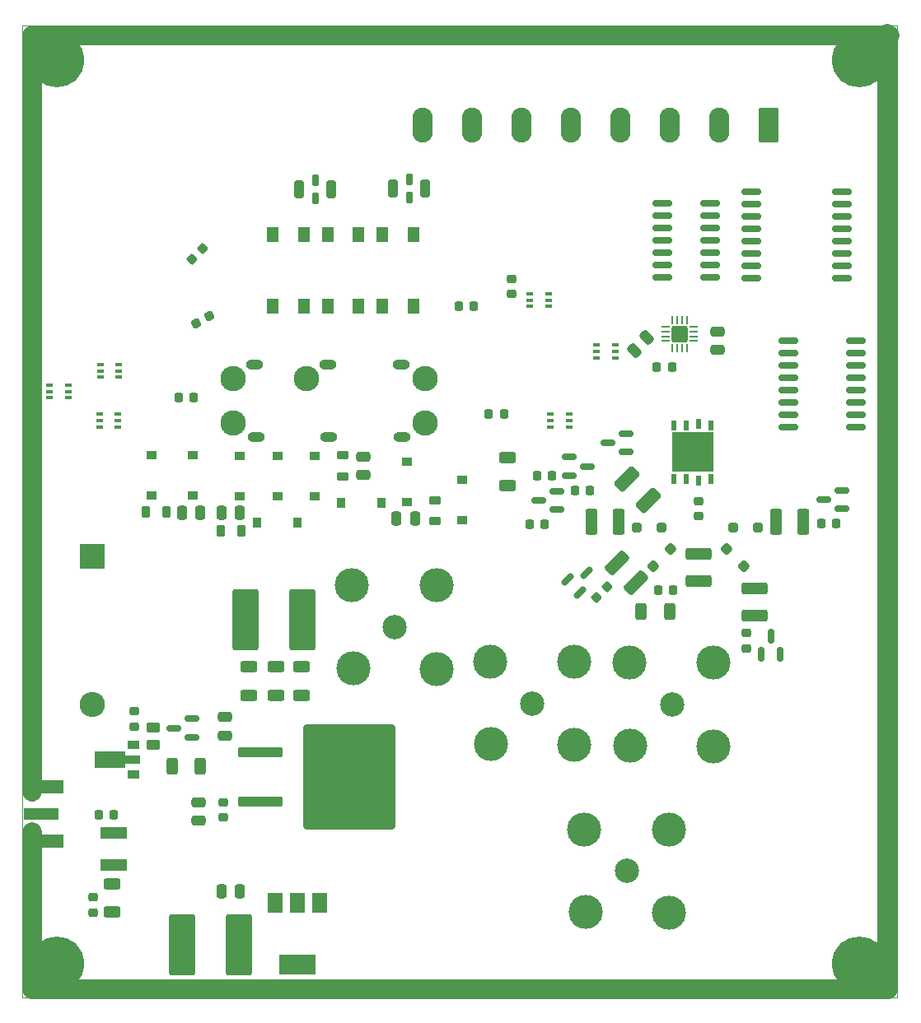
<source format=gbr>
%TF.GenerationSoftware,KiCad,Pcbnew,(7.0.0-0)*%
%TF.CreationDate,2023-05-05T15:08:26+02:00*%
%TF.ProjectId,Filter-forest-v3,46696c74-6572-42d6-966f-726573742d76,rev?*%
%TF.SameCoordinates,Original*%
%TF.FileFunction,Soldermask,Top*%
%TF.FilePolarity,Negative*%
%FSLAX46Y46*%
G04 Gerber Fmt 4.6, Leading zero omitted, Abs format (unit mm)*
G04 Created by KiCad (PCBNEW (7.0.0-0)) date 2023-05-05 15:08:26*
%MOMM*%
%LPD*%
G01*
G04 APERTURE LIST*
G04 Aperture macros list*
%AMRoundRect*
0 Rectangle with rounded corners*
0 $1 Rounding radius*
0 $2 $3 $4 $5 $6 $7 $8 $9 X,Y pos of 4 corners*
0 Add a 4 corners polygon primitive as box body*
4,1,4,$2,$3,$4,$5,$6,$7,$8,$9,$2,$3,0*
0 Add four circle primitives for the rounded corners*
1,1,$1+$1,$2,$3*
1,1,$1+$1,$4,$5*
1,1,$1+$1,$6,$7*
1,1,$1+$1,$8,$9*
0 Add four rect primitives between the rounded corners*
20,1,$1+$1,$2,$3,$4,$5,0*
20,1,$1+$1,$4,$5,$6,$7,0*
20,1,$1+$1,$6,$7,$8,$9,0*
20,1,$1+$1,$8,$9,$2,$3,0*%
%AMFreePoly0*
4,1,9,3.862500,-0.866500,0.737500,-0.866500,0.737500,-0.450000,-0.737500,-0.450000,-0.737500,0.450000,0.737500,0.450000,0.737500,0.866500,3.862500,0.866500,3.862500,-0.866500,3.862500,-0.866500,$1*%
G04 Aperture macros list end*
%ADD10C,2.000000*%
%ADD11RoundRect,0.250000X-0.600000X-0.600000X0.600000X-0.600000X0.600000X0.600000X-0.600000X0.600000X0*%
%ADD12RoundRect,0.062500X-0.062500X-0.337500X0.062500X-0.337500X0.062500X0.337500X-0.062500X0.337500X0*%
%ADD13RoundRect,0.062500X-0.337500X-0.062500X0.337500X-0.062500X0.337500X0.062500X-0.337500X0.062500X0*%
%ADD14RoundRect,0.250000X-0.475000X0.250000X-0.475000X-0.250000X0.475000X-0.250000X0.475000X0.250000X0*%
%ADD15RoundRect,0.250000X0.159099X-0.512652X0.512652X-0.159099X-0.159099X0.512652X-0.512652X0.159099X0*%
%ADD16RoundRect,0.225000X-0.225000X-0.250000X0.225000X-0.250000X0.225000X0.250000X-0.225000X0.250000X0*%
%ADD17R,2.700000X1.150000*%
%ADD18RoundRect,0.250000X-0.375000X-1.075000X0.375000X-1.075000X0.375000X1.075000X-0.375000X1.075000X0*%
%ADD19RoundRect,0.250000X-1.025305X-0.494975X-0.494975X-1.025305X1.025305X0.494975X0.494975X1.025305X0*%
%ADD20RoundRect,0.250000X-1.075000X0.375000X-1.075000X-0.375000X1.075000X-0.375000X1.075000X0.375000X0*%
%ADD21RoundRect,0.250000X0.375000X1.075000X-0.375000X1.075000X-0.375000X-1.075000X0.375000X-1.075000X0*%
%ADD22RoundRect,0.250000X1.075000X-0.375000X1.075000X0.375000X-1.075000X0.375000X-1.075000X-0.375000X0*%
%ADD23RoundRect,0.250000X0.250000X0.475000X-0.250000X0.475000X-0.250000X-0.475000X0.250000X-0.475000X0*%
%ADD24RoundRect,0.250000X-0.250000X-0.475000X0.250000X-0.475000X0.250000X0.475000X-0.250000X0.475000X0*%
%ADD25R,0.650000X0.400000*%
%ADD26RoundRect,0.250000X0.625000X-0.312500X0.625000X0.312500X-0.625000X0.312500X-0.625000X-0.312500X0*%
%ADD27RoundRect,0.150000X-0.825000X-0.150000X0.825000X-0.150000X0.825000X0.150000X-0.825000X0.150000X0*%
%ADD28R,2.600000X2.600000*%
%ADD29O,2.600000X2.600000*%
%ADD30RoundRect,0.249600X-0.270400X-0.650400X0.270400X-0.650400X0.270400X0.650400X-0.270400X0.650400X0*%
%ADD31RoundRect,0.152500X-0.152500X-0.470000X0.152500X-0.470000X0.152500X0.470000X-0.152500X0.470000X0*%
%ADD32C,0.610000*%
%ADD33C,2.610000*%
%ADD34O,1.800000X1.000000*%
%ADD35RoundRect,0.250000X-0.625000X0.312500X-0.625000X-0.312500X0.625000X-0.312500X0.625000X0.312500X0*%
%ADD36RoundRect,0.150000X0.587500X0.150000X-0.587500X0.150000X-0.587500X-0.150000X0.587500X-0.150000X0*%
%ADD37C,2.500000*%
%ADD38C,3.500000*%
%ADD39RoundRect,0.150000X-0.309359X-0.521491X0.521491X0.309359X0.309359X0.521491X-0.521491X-0.309359X0*%
%ADD40RoundRect,0.225000X0.225000X0.250000X-0.225000X0.250000X-0.225000X-0.250000X0.225000X-0.250000X0*%
%ADD41RoundRect,0.225000X0.250000X-0.225000X0.250000X0.225000X-0.250000X0.225000X-0.250000X-0.225000X0*%
%ADD42RoundRect,0.218750X0.218750X0.381250X-0.218750X0.381250X-0.218750X-0.381250X0.218750X-0.381250X0*%
%ADD43RoundRect,0.250000X0.450000X-0.262500X0.450000X0.262500X-0.450000X0.262500X-0.450000X-0.262500X0*%
%ADD44R,1.000000X0.850000*%
%ADD45R,0.850000X1.000000*%
%ADD46RoundRect,0.250000X0.250000X0.250000X-0.250000X0.250000X-0.250000X-0.250000X0.250000X-0.250000X0*%
%ADD47RoundRect,0.225000X-0.250000X0.225000X-0.250000X-0.225000X0.250000X-0.225000X0.250000X0.225000X0*%
%ADD48RoundRect,0.250000X0.475000X-0.250000X0.475000X0.250000X-0.475000X0.250000X-0.475000X-0.250000X0*%
%ADD49RoundRect,0.250000X-2.050000X-0.300000X2.050000X-0.300000X2.050000X0.300000X-2.050000X0.300000X0*%
%ADD50RoundRect,0.250002X-4.449998X-5.149998X4.449998X-5.149998X4.449998X5.149998X-4.449998X5.149998X0*%
%ADD51C,5.600000*%
%ADD52RoundRect,0.250000X0.312500X0.625000X-0.312500X0.625000X-0.312500X-0.625000X0.312500X-0.625000X0*%
%ADD53RoundRect,0.250000X1.087500X2.900000X-1.087500X2.900000X-1.087500X-2.900000X1.087500X-2.900000X0*%
%ADD54RoundRect,0.250000X0.000000X-0.353553X0.353553X0.000000X0.000000X0.353553X-0.353553X0.000000X0*%
%ADD55RoundRect,0.225000X0.017678X-0.335876X0.335876X-0.017678X-0.017678X0.335876X-0.335876X0.017678X0*%
%ADD56R,0.510000X1.020000*%
%ADD57RoundRect,0.001000X-2.100000X2.010000X-2.100000X-2.010000X2.100000X-2.010000X2.100000X2.010000X0*%
%ADD58RoundRect,0.150000X-0.587500X-0.150000X0.587500X-0.150000X0.587500X0.150000X-0.587500X0.150000X0*%
%ADD59RoundRect,0.218750X0.381250X-0.218750X0.381250X0.218750X-0.381250X0.218750X-0.381250X-0.218750X0*%
%ADD60R,3.600000X1.270000*%
%ADD61R,4.200000X1.350000*%
%ADD62RoundRect,0.250000X-1.069499X-0.486136X-0.486136X-1.069499X1.069499X0.486136X0.486136X1.069499X0*%
%ADD63RoundRect,0.225000X-0.069856X-0.329006X0.319856X-0.104006X0.069856X0.329006X-0.319856X0.104006X0*%
%ADD64R,1.200000X1.600000*%
%ADD65RoundRect,0.250000X-0.250000X-0.250000X0.250000X-0.250000X0.250000X0.250000X-0.250000X0.250000X0*%
%ADD66RoundRect,0.150000X0.150000X-0.587500X0.150000X0.587500X-0.150000X0.587500X-0.150000X-0.587500X0*%
%ADD67RoundRect,0.249999X0.790001X1.550001X-0.790001X1.550001X-0.790001X-1.550001X0.790001X-1.550001X0*%
%ADD68O,2.080000X3.600000*%
%ADD69RoundRect,0.250000X0.353553X0.000000X0.000000X0.353553X-0.353553X0.000000X0.000000X-0.353553X0*%
%ADD70RoundRect,0.150000X-0.875000X-0.150000X0.875000X-0.150000X0.875000X0.150000X-0.875000X0.150000X0*%
%ADD71RoundRect,0.150000X-0.837500X-0.150000X0.837500X-0.150000X0.837500X0.150000X-0.837500X0.150000X0*%
%ADD72R,1.300000X0.900000*%
%ADD73FreePoly0,180.000000*%
%ADD74R,1.500000X2.000000*%
%ADD75R,3.800000X2.000000*%
%TA.AperFunction,Profile*%
%ADD76C,0.100000*%
%TD*%
G04 APERTURE END LIST*
D10*
X77210000Y-30980000D02*
X165342500Y-30980000D01*
X77237500Y-129080000D02*
X165170000Y-129080000D01*
X165110000Y-128910000D02*
X165110000Y-30810000D01*
X77240000Y-112925000D02*
X77240000Y-128990000D01*
X77250000Y-108816250D02*
X77250000Y-30990000D01*
D11*
%TO.C,U106*%
X143750000Y-61690000D03*
D12*
X143000000Y-60240000D03*
X143500000Y-60240000D03*
X144000000Y-60240000D03*
X144500000Y-60240000D03*
D13*
X145200000Y-60940000D03*
X145200000Y-61440000D03*
X145200000Y-61940000D03*
X145200000Y-62440000D03*
D12*
X144500000Y-63140000D03*
X144000000Y-63140000D03*
X143500000Y-63140000D03*
X143000000Y-63140000D03*
D13*
X142300000Y-62440000D03*
X142300000Y-61940000D03*
X142300000Y-61440000D03*
X142300000Y-60940000D03*
%TD*%
D14*
%TO.C,C119*%
X147640000Y-61440000D03*
X147640000Y-63340000D03*
%TD*%
D15*
%TO.C,C118*%
X139078249Y-63381751D03*
X140421751Y-62038249D03*
%TD*%
D16*
%TO.C,C117*%
X141435000Y-65100000D03*
X142985000Y-65100000D03*
%TD*%
D17*
%TO.C,L111*%
X85579999Y-116349999D03*
X85579999Y-113049999D03*
%TD*%
D18*
%TO.C,L116*%
X134707500Y-81000000D03*
X137507500Y-81000000D03*
%TD*%
D19*
%TO.C,L119*%
X137300051Y-85290051D03*
X139279949Y-87269949D03*
%TD*%
D20*
%TO.C,L105*%
X145710000Y-84317500D03*
X145710000Y-87117500D03*
%TD*%
D21*
%TO.C,L121*%
X156500000Y-81050000D03*
X153700000Y-81050000D03*
%TD*%
D22*
%TO.C,L120*%
X151520000Y-90702500D03*
X151520000Y-87902500D03*
%TD*%
D23*
%TO.C,C109*%
X98580000Y-80100000D03*
X96680000Y-80100000D03*
%TD*%
D24*
%TO.C,C107*%
X92640000Y-80090000D03*
X94540000Y-80090000D03*
%TD*%
D25*
%TO.C,U107*%
X86119999Y-66149999D03*
X86119999Y-65499999D03*
X86119999Y-64849999D03*
X84219999Y-64849999D03*
X84219999Y-65499999D03*
X84219999Y-66149999D03*
%TD*%
D26*
%TO.C,R106*%
X126040000Y-77322500D03*
X126040000Y-74397500D03*
%TD*%
D27*
%TO.C,U105*%
X141975000Y-48280000D03*
X141975000Y-49550000D03*
X141975000Y-50820000D03*
X141975000Y-52090000D03*
X141975000Y-53360000D03*
X141975000Y-54630000D03*
X141975000Y-55900000D03*
X146925000Y-55900000D03*
X146925000Y-54630000D03*
X146925000Y-53360000D03*
X146925000Y-52090000D03*
X146925000Y-50820000D03*
X146925000Y-49550000D03*
X146925000Y-48280000D03*
%TD*%
D28*
%TO.C,D108*%
X83369999Y-84549999D03*
D29*
X83369999Y-99789999D03*
%TD*%
D30*
%TO.C,FL104*%
X104700000Y-46790000D03*
D31*
X106325000Y-47717500D03*
D32*
X106325000Y-47895000D03*
D30*
X107950000Y-46790000D03*
D32*
X106325000Y-45685000D03*
D31*
X106325000Y-45862500D03*
%TD*%
D33*
%TO.C,FL101*%
X97903520Y-70886160D03*
X117610000Y-70880000D03*
X117610000Y-66280000D03*
X97903520Y-66286160D03*
D34*
X100119999Y-64889999D03*
X100219999Y-72289999D03*
D33*
X105420000Y-66290000D03*
D34*
X107619999Y-64889999D03*
X107719999Y-72289999D03*
X115119999Y-64889999D03*
X115219999Y-72289999D03*
%TD*%
D35*
%TO.C,R107*%
X104900000Y-95927500D03*
X104900000Y-98852500D03*
%TD*%
D36*
%TO.C,Q108*%
X160477500Y-79680000D03*
X160477500Y-77780000D03*
X158602500Y-78730000D03*
%TD*%
D37*
%TO.C,J108*%
X128660000Y-99710000D03*
D38*
X124260000Y-95410000D03*
X124360000Y-103910000D03*
X132960000Y-95410000D03*
X132960000Y-104010000D03*
%TD*%
D39*
%TO.C,Q105*%
X132225336Y-86921161D03*
X133568839Y-88264664D03*
X134222913Y-86267087D03*
%TD*%
D40*
%TO.C,C150*%
X130652500Y-76290000D03*
X129102500Y-76290000D03*
%TD*%
D35*
%TO.C,R108*%
X102300000Y-95927500D03*
X102300000Y-98852500D03*
%TD*%
D41*
%TO.C,C137*%
X83500000Y-121215000D03*
X83500000Y-119665000D03*
%TD*%
D42*
%TO.C,L102*%
X98732500Y-81960000D03*
X96607500Y-81960000D03*
%TD*%
D43*
%TO.C,L112*%
X89680000Y-104002500D03*
X89680000Y-102177500D03*
%TD*%
D44*
%TO.C,C102*%
X89509999Y-78344999D03*
X89509999Y-74194999D03*
%TD*%
D23*
%TO.C,C113*%
X116560000Y-80700000D03*
X114660000Y-80700000D03*
%TD*%
D44*
%TO.C,C104*%
X102459999Y-74254999D03*
X102459999Y-78404999D03*
%TD*%
D25*
%TO.C,U115*%
X128389999Y-57569999D03*
X128389999Y-58219999D03*
X128389999Y-58869999D03*
X130289999Y-58869999D03*
X130289999Y-58219999D03*
X130289999Y-57569999D03*
%TD*%
D41*
%TO.C,C153*%
X96837500Y-111445000D03*
X96837500Y-109895000D03*
%TD*%
D45*
%TO.C,C105*%
X113124999Y-79059999D03*
X108974999Y-79059999D03*
%TD*%
D16*
%TO.C,C129*%
X84070000Y-111160000D03*
X85620000Y-111160000D03*
%TD*%
D46*
%TO.C,D109*%
X151780000Y-81620000D03*
X149280000Y-81620000D03*
%TD*%
D37*
%TO.C,J106*%
X114510000Y-91880000D03*
D38*
X110110000Y-87580000D03*
X110210000Y-96080000D03*
X118810000Y-87580000D03*
X118810000Y-96180000D03*
%TD*%
D35*
%TO.C,R105*%
X99470000Y-95927500D03*
X99470000Y-98852500D03*
%TD*%
D47*
%TO.C,C143*%
X145750000Y-78895000D03*
X145750000Y-80445000D03*
%TD*%
D36*
%TO.C,Q110*%
X138297500Y-73860000D03*
X138297500Y-71960000D03*
X136422500Y-72910000D03*
%TD*%
D35*
%TO.C,R102*%
X85480000Y-118267500D03*
X85480000Y-121192500D03*
%TD*%
D16*
%TO.C,C115*%
X121085000Y-58870000D03*
X122635000Y-58870000D03*
%TD*%
D48*
%TO.C,C111*%
X111290000Y-76220000D03*
X111290000Y-74320000D03*
%TD*%
D49*
%TO.C,U112*%
X100670000Y-104690000D03*
D50*
X109820000Y-107230000D03*
D49*
X100670000Y-109770000D03*
%TD*%
D44*
%TO.C,C106*%
X121459999Y-76744999D03*
X121459999Y-80894999D03*
%TD*%
D23*
%TO.C,C152*%
X98572500Y-119000000D03*
X96672500Y-119000000D03*
%TD*%
D36*
%TO.C,Q102*%
X131147500Y-79760000D03*
X131147500Y-77860000D03*
X129272500Y-78810000D03*
%TD*%
D16*
%TO.C,C131*%
X92275000Y-68250000D03*
X93825000Y-68250000D03*
%TD*%
D30*
%TO.C,FL105*%
X114350000Y-46740000D03*
D31*
X115975000Y-47667500D03*
D32*
X115975000Y-47845000D03*
D30*
X117600000Y-46740000D03*
D32*
X115975000Y-45635000D03*
D31*
X115975000Y-45812500D03*
%TD*%
D51*
%TO.C,H102*%
X162248804Y-33504383D03*
%TD*%
D41*
%TO.C,C157*%
X150610000Y-94047500D03*
X150610000Y-92497500D03*
%TD*%
D25*
%TO.C,U104*%
X80929999Y-68269999D03*
X80929999Y-67619999D03*
X80929999Y-66969999D03*
X79029999Y-66969999D03*
X79029999Y-67619999D03*
X79029999Y-68269999D03*
%TD*%
D44*
%TO.C,C112*%
X106279999Y-74264999D03*
X106279999Y-78414999D03*
%TD*%
D37*
%TO.C,J110*%
X138380000Y-116960000D03*
D38*
X133980000Y-112660000D03*
X134080000Y-121160000D03*
X142680000Y-112660000D03*
X142680000Y-121260000D03*
%TD*%
D52*
%TO.C,R104*%
X142732500Y-90240000D03*
X139807500Y-90240000D03*
%TD*%
D51*
%TO.C,H104*%
X79748804Y-33504383D03*
%TD*%
D25*
%TO.C,U114*%
X135259999Y-62849999D03*
X135259999Y-63499999D03*
X135259999Y-64149999D03*
X137159999Y-64149999D03*
X137159999Y-63499999D03*
X137159999Y-62849999D03*
%TD*%
D53*
%TO.C,C151*%
X98510000Y-124560000D03*
X92635000Y-124560000D03*
%TD*%
%TO.C,C154*%
X104992500Y-91110000D03*
X99117500Y-91110000D03*
%TD*%
D54*
%TO.C,D106*%
X141046117Y-85588883D03*
X142813883Y-83821117D03*
%TD*%
D55*
%TO.C,C149*%
X135251992Y-88838008D03*
X136348008Y-87741992D03*
%TD*%
D56*
%TO.C,U109*%
X146992499Y-71104999D03*
X144452499Y-71104999D03*
X143182499Y-71104999D03*
D57*
X145087500Y-73860000D03*
D56*
X146992499Y-76614999D03*
X144452499Y-76614999D03*
X143182499Y-76614999D03*
X145727499Y-70979999D03*
X145727499Y-76759999D03*
%TD*%
D42*
%TO.C,L101*%
X91012500Y-80050000D03*
X88887500Y-80050000D03*
%TD*%
D40*
%TO.C,C158*%
X159855000Y-81220000D03*
X158305000Y-81220000D03*
%TD*%
D25*
%TO.C,U113*%
X130489999Y-69949999D03*
X130489999Y-70599999D03*
X130489999Y-71249999D03*
X132389999Y-71249999D03*
X132389999Y-70599999D03*
X132389999Y-69949999D03*
%TD*%
D58*
%TO.C,Q104*%
X132410000Y-74370000D03*
X132410000Y-76270000D03*
X134285000Y-75320000D03*
%TD*%
D16*
%TO.C,C144*%
X128355000Y-81320000D03*
X129905000Y-81320000D03*
%TD*%
D59*
%TO.C,L103*%
X109140000Y-76332500D03*
X109140000Y-74207500D03*
%TD*%
D47*
%TO.C,C116*%
X126480000Y-56015000D03*
X126480000Y-57565000D03*
%TD*%
D37*
%TO.C,J109*%
X142970000Y-99840000D03*
D38*
X138570000Y-95540000D03*
X138670000Y-104040000D03*
X147270000Y-95540000D03*
X147270000Y-104140000D03*
%TD*%
D25*
%TO.C,U108*%
X86059999Y-71269999D03*
X86059999Y-70619999D03*
X86059999Y-69969999D03*
X84159999Y-69969999D03*
X84159999Y-70619999D03*
X84159999Y-71269999D03*
%TD*%
D44*
%TO.C,C103*%
X98599999Y-78374999D03*
X98599999Y-74224999D03*
%TD*%
D60*
%TO.C,J102*%
X78132499Y-111079999D03*
D61*
X78332499Y-108254999D03*
X78332499Y-113904999D03*
%TD*%
D62*
%TO.C,L117*%
X138345146Y-76595146D03*
X140554854Y-78804854D03*
%TD*%
D63*
%TO.C,C133*%
X94098830Y-60637500D03*
X95441170Y-59862500D03*
%TD*%
D64*
%TO.C,FL109*%
X101939999Y-51459999D03*
X101939999Y-51459999D03*
X101939999Y-58859999D03*
X101939999Y-58859999D03*
X116439999Y-58859999D03*
X116439999Y-51459999D03*
X105139999Y-51459999D03*
X105139999Y-58859999D03*
X107589999Y-51459999D03*
X107589999Y-58859999D03*
X110789999Y-51459999D03*
X110789999Y-58859999D03*
X113239999Y-51459999D03*
X113239999Y-58859999D03*
%TD*%
D65*
%TO.C,D104*%
X139390000Y-81605000D03*
X141890000Y-81605000D03*
%TD*%
D48*
%TO.C,C155*%
X94357500Y-111780000D03*
X94357500Y-109880000D03*
%TD*%
%TO.C,C156*%
X97050000Y-103020000D03*
X97050000Y-101120000D03*
%TD*%
D66*
%TO.C,Q107*%
X152190000Y-94682500D03*
X154090000Y-94682500D03*
X153140000Y-92807500D03*
%TD*%
D67*
%TO.C,J112*%
X152950000Y-40190000D03*
D68*
X147869999Y-40189999D03*
X142789999Y-40189999D03*
X137709999Y-40189999D03*
X132629999Y-40189999D03*
X127549999Y-40189999D03*
X122469999Y-40189999D03*
X117389999Y-40189999D03*
%TD*%
D51*
%TO.C,H101*%
X79748804Y-126504383D03*
%TD*%
D69*
%TO.C,D107*%
X150343883Y-85623883D03*
X148576117Y-83856117D03*
%TD*%
D41*
%TO.C,C130*%
X87700000Y-102085000D03*
X87700000Y-100535000D03*
%TD*%
D70*
%TO.C,U101*%
X151140000Y-47100000D03*
X151140000Y-48370000D03*
X151140000Y-49640000D03*
X151140000Y-50910000D03*
X151140000Y-52180000D03*
X151140000Y-53450000D03*
X151140000Y-54720000D03*
X151140000Y-55990000D03*
X160440000Y-55990000D03*
X160440000Y-54720000D03*
X160440000Y-53450000D03*
X160440000Y-52180000D03*
X160440000Y-50910000D03*
X160440000Y-49640000D03*
X160440000Y-48370000D03*
X160440000Y-47100000D03*
%TD*%
D71*
%TO.C,U102*%
X154980000Y-62380000D03*
X154980000Y-63650000D03*
X154980000Y-64920000D03*
X154980000Y-66190000D03*
X154980000Y-67460000D03*
X154980000Y-68730000D03*
X154980000Y-70000000D03*
X154980000Y-71270000D03*
X161905000Y-71270000D03*
X161905000Y-70000000D03*
X161905000Y-68730000D03*
X161905000Y-67460000D03*
X161905000Y-66190000D03*
X161905000Y-64920000D03*
X161905000Y-63650000D03*
X161905000Y-62380000D03*
%TD*%
D59*
%TO.C,L104*%
X118620000Y-80912500D03*
X118620000Y-78787500D03*
%TD*%
D45*
%TO.C,C110*%
X100379999Y-81109999D03*
X104529999Y-81109999D03*
%TD*%
D52*
%TO.C,R103*%
X94532500Y-106170000D03*
X91607500Y-106170000D03*
%TD*%
D16*
%TO.C,C101*%
X124165000Y-69950000D03*
X125715000Y-69950000D03*
%TD*%
D72*
%TO.C,U103*%
X87659999Y-106979999D03*
D73*
X87572500Y-105480000D03*
D72*
X87659999Y-103979999D03*
%TD*%
D44*
%TO.C,C108*%
X93729999Y-78344999D03*
X93729999Y-74194999D03*
%TD*%
%TO.C,C114*%
X115749999Y-79014999D03*
X115749999Y-74864999D03*
%TD*%
D36*
%TO.C,Q101*%
X93637500Y-103200000D03*
X93637500Y-101300000D03*
X91762500Y-102250000D03*
%TD*%
D16*
%TO.C,C141*%
X141585000Y-88090000D03*
X143135000Y-88090000D03*
%TD*%
D55*
%TO.C,C138*%
X93651992Y-54028008D03*
X94748008Y-52931992D03*
%TD*%
D16*
%TO.C,C147*%
X133022500Y-77820000D03*
X134572500Y-77820000D03*
%TD*%
D74*
%TO.C,U111*%
X106772499Y-120259999D03*
X104472499Y-120259999D03*
D75*
X104472499Y-126559999D03*
D74*
X102172499Y-120259999D03*
%TD*%
D51*
%TO.C,H103*%
X162248804Y-126504383D03*
%TD*%
D76*
X76228804Y-30004383D02*
X166158804Y-30004383D01*
X166158804Y-30004383D02*
X166158804Y-129944383D01*
X166158804Y-129944383D02*
X76228804Y-129944383D01*
X76228804Y-129944383D02*
X76228804Y-30004383D01*
M02*

</source>
